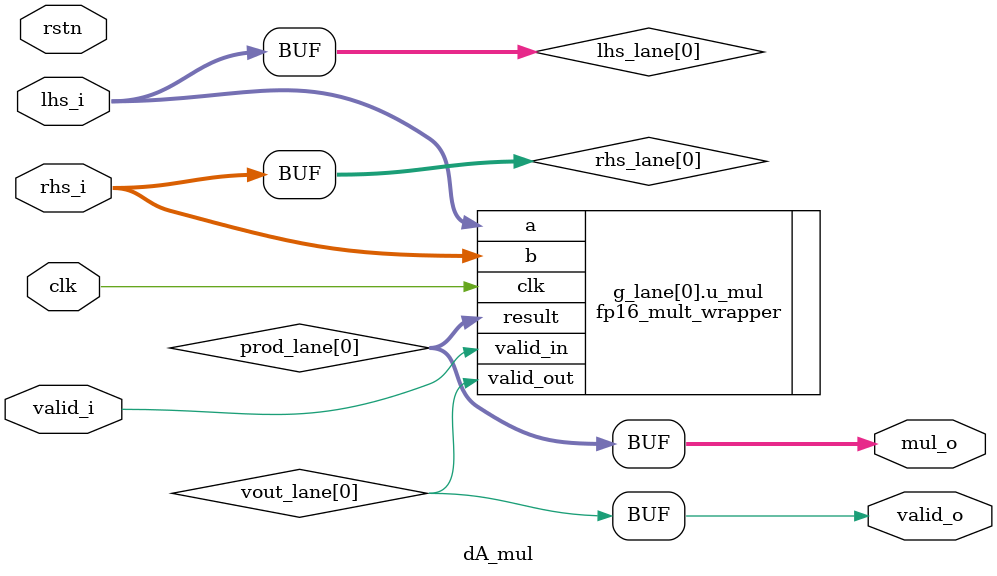
<source format=v>
module dA_mul #(
  parameter integer DW      = 16,
  parameter integer H_TILE  = 1,
  parameter integer M_LAT   = 6   // 참고용(내부 wrapper latency)
)(
  input  wire                         clk,
  input  wire                         rstn,
  input  wire                         valid_i,
  input  wire [H_TILE*DW-1:0]         lhs_i,   // delta_sp (h)
  input  wire [H_TILE*DW-1:0]         rhs_i,   // A (h)
  output wire [H_TILE*DW-1:0]         mul_o,   // dA (h)
  output wire                         valid_o
);

  // lane 배열
  wire [DW-1:0] lhs_lane   [0:H_TILE-1];
  wire [DW-1:0] rhs_lane   [0:H_TILE-1];
  wire [DW-1:0] prod_lane  [0:H_TILE-1];
  wire          vout_lane  [0:H_TILE-1];

  genvar h;
  generate
    for (h = 0; h < H_TILE; h = h + 1) begin : g_lane
      // 벡터 → 스칼라 슬라이스
      assign lhs_lane[h] = lhs_i[DW*(h+1)-1 -: DW];
      assign rhs_lane[h] = rhs_i[DW*(h+1)-1 -: DW];

      // FP16 곱
      fp16_mult_wrapper u_mul (
        .clk       (clk),
        .valid_in  (valid_i),
        .a         (lhs_lane[h]),
        .b         (rhs_lane[h]),
        .result    (prod_lane[h]),
        .valid_out (vout_lane[h])
      );

      // 스칼라 → 벡터 재패킹
      assign mul_o[DW*(h+1)-1 -: DW] = prod_lane[h];
    end
  endgenerate

  // lane 동시성 가정 → AND 결합
  assign valid_o = vout_lane[0];  // &vout_lane;

`ifdef SIM
  // (옵션) lane valid 동기성 체크
  integer k;
  always @(posedge clk) if (rstn) begin
    for (k = 1; k < H_TILE; k = k + 1)
      if (vout_lane[k] !== vout_lane[0])
        $display("[%0t] WARN(dA_mul): lane valid mismatch: lane%0d=%b lane0=%b",
                 $time, k, vout_lane[k], vout_lane[0]);
  end
`endif

endmodule

</source>
